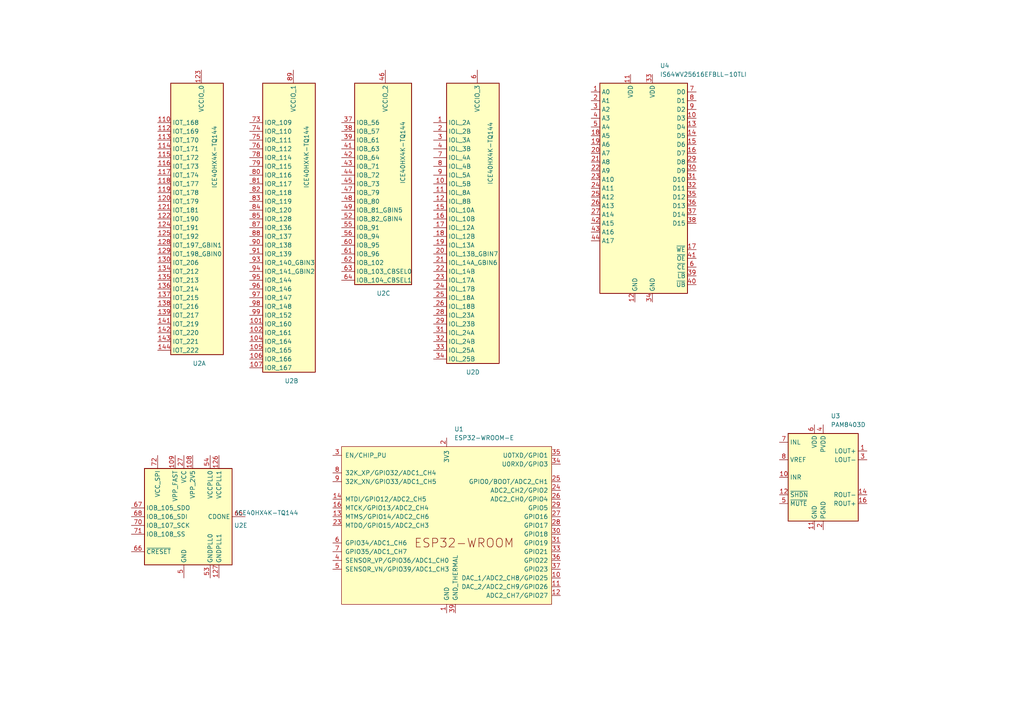
<source format=kicad_sch>
(kicad_sch (version 20230121) (generator eeschema)
  (paper "A4")
  (lib_symbols
    (symbol "0_project:IS64WV25616EFBLL"
      (property "Reference" "U" (at -10.16 31.75 0))
      (property "Value" "IS64WV25616EFBLL-10TLI" (at -2.54 -1.27 90))
      (symbol "IS64WV25616EFBLL_0_1"
        (rectangle (start -12.7 30.48) (end 12.7 -30.48) (stroke (width 0.254)) (fill (type background)))
      )
      (symbol "IS64WV25616EFBLL_1_1"
        (pin input line (at -15.24 27.94 0) (length 2.54) (name "A0") (number "1"))
        (pin bidirectional line (at 15.24 20.32 180) (length 2.54) (name "D3") (number "10"))
        (pin power_in line (at -3.81 33.02 270) (length 2.54) (name "VDD") (number "11"))
        (pin power_in line (at -2.54 -33.02 90) (length 2.54) (name "GND") (number "12"))
        (pin bidirectional line (at 15.24 17.78 180) (length 2.54) (name "D4") (number "13"))
        (pin bidirectional line (at 15.24 15.24 180) (length 2.54) (name "D5") (number "14"))
        (pin bidirectional line (at 15.24 12.7 180) (length 2.54) (name "D6") (number "15"))
        (pin bidirectional line (at 15.24 10.16 180) (length 2.54) (name "D7") (number "16"))
        (pin input line (at 15.24 -17.78 180) (length 2.54) (name "~{WE}") (number "17"))
        (pin input line (at -15.24 15.24 0) (length 2.54) (name "A5") (number "18"))
        (pin input line (at -15.24 12.7 0) (length 2.54) (name "A6") (number "19"))
        (pin input line (at -15.24 25.4 0) (length 2.54) (name "A1") (number "2"))
        (pin input line (at -15.24 10.16 0) (length 2.54) (name "A7") (number "20"))
        (pin input line (at -15.24 7.62 0) (length 2.54) (name "A8") (number "21"))
        (pin input line (at -15.24 5.08 0) (length 2.54) (name "A9") (number "22"))
        (pin input line (at -15.24 2.54 0) (length 2.54) (name "A10") (number "23"))
        (pin input line (at -15.24 0 0) (length 2.54) (name "A11") (number "24"))
        (pin input line (at -15.24 -2.54 0) (length 2.54) (name "A12") (number "25"))
        (pin input line (at -15.24 -5.08 0) (length 2.54) (name "A13") (number "26"))
        (pin input line (at -15.24 -7.62 0) (length 2.54) (name "A14") (number "27"))
        (pin no_connect line (at 15.24 -13.97 180) (length 2.54) hide (name "NC") (number "28"))
        (pin bidirectional line (at 15.24 7.62 180) (length 2.54) (name "D8") (number "29"))
        (pin input line (at -15.24 22.86 0) (length 2.54) (name "A2") (number "3"))
        (pin bidirectional line (at 15.24 5.08 180) (length 2.54) (name "D9") (number "30"))
        (pin bidirectional line (at 15.24 2.54 180) (length 2.54) (name "D10") (number "31"))
        (pin bidirectional line (at 15.24 0 180) (length 2.54) (name "D11") (number "32"))
        (pin power_in line (at 2.54 -33.02 90) (length 2.54) (name "GND") (number "34"))
        (pin bidirectional line (at 15.24 -2.54 180) (length 2.54) (name "D12") (number "35"))
        (pin bidirectional line (at 15.24 -5.08 180) (length 2.54) (name "D13") (number "36"))
        (pin bidirectional line (at 15.24 -7.62 180) (length 2.54) (name "D14") (number "37"))
        (pin bidirectional line (at 15.24 -10.16 180) (length 2.54) (name "D15") (number "38"))
        (pin input line (at 15.24 -25.4 180) (length 2.54) (name "~{LB}") (number "39"))
        (pin input line (at -15.24 20.32 0) (length 2.54) (name "A3") (number "4"))
        (pin input line (at 15.24 -27.94 180) (length 2.54) (name "~{UB}") (number "40"))
        (pin input line (at 15.24 -20.32 180) (length 2.54) (name "~{OE}") (number "41"))
        (pin input line (at -15.24 -10.16 0) (length 2.54) (name "A15") (number "42"))
        (pin input line (at -15.24 -12.7 0) (length 2.54) (name "A16") (number "43"))
        (pin input line (at -15.24 -15.24 0) (length 2.54) (name "A17") (number "44"))
        (pin input line (at -15.24 17.78 0) (length 2.54) (name "A4") (number "5"))
        (pin input line (at 15.24 -22.86 180) (length 2.54) (name "~{CE}") (number "6"))
        (pin bidirectional line (at 15.24 27.94 180) (length 2.54) (name "D0") (number "7"))
        (pin bidirectional line (at 15.24 25.4 180) (length 2.54) (name "D1") (number "8"))
        (pin bidirectional line (at 15.24 22.86 180) (length 2.54) (name "D2") (number "9"))
        (pin power_in line (at 2.54 33.02 270) (length 2.54) (name "VDD") (number "`33"))
      )
    )
    (symbol "Amplifier_Audio:PAM8403D"
      (property "Reference" "U" (at 1.27 16.51 0))
      (property "Value" "PAM8403D" (at 6.096 14.224 0))
      (symbol "PAM8403D_0_1"
        (rectangle (start -10.16 12.7) (end 10.16 -12.7) (stroke (width 0.254)) (fill (type background)))
      )
      (symbol "PAM8403D_1_1"
        (pin output line (at 12.7 7.62 180) (length 2.54) (name "LOUT+") (number "1"))
        (pin input line (at -12.7 0 0) (length 2.54) (name "INR") (number "10"))
        (pin power_in line (at -2.54 -15.24 90) (length 2.54) (name "GND") (number "11"))
        (pin input line (at -12.7 -5.08 0) (length 2.54) (name "~{SHDN}") (number "12"))
        (pin passive line (at 0 15.24 270) (length 2.54) hide (name "PVDD") (number "13"))
        (pin output line (at 12.7 -5.08 180) (length 2.54) (name "ROUT-") (number "14"))
        (pin passive line (at 0 -15.24 90) (length 2.54) hide (name "PGND") (number "15"))
        (pin output line (at 12.7 -7.62 180) (length 2.54) (name "ROUT+") (number "16"))
        (pin power_in line (at 0 -15.24 90) (length 2.54) (name "PGND") (number "2"))
        (pin output line (at 12.7 5.08 180) (length 2.54) (name "LOUT-") (number "3"))
        (pin power_in line (at 0 15.24 270) (length 2.54) (name "PVDD") (number "4"))
        (pin input line (at -12.7 -7.62 0) (length 2.54) (name "~{MUTE}") (number "5"))
        (pin power_in line (at -2.54 15.24 270) (length 2.54) (name "VDD") (number "6"))
        (pin input line (at -12.7 10.16 0) (length 2.54) (name "INL") (number "7"))
        (pin input line (at -12.7 5.08 0) (length 2.54) (name "VREF") (number "8"))
        (pin no_connect line (at 10.16 -10.16 180) (length 2.54) hide (name "NC") (number "9"))
      )
    )
    (symbol "FPGA_Lattice:ICE40HX4K-TQ144"
      (property "Reference" "U" (at 12.7 53.34 0))
      (property "Value" "ICE40HX4K-TQ144" (at 30.48 48.26 0))
      (symbol "ICE40HX4K-TQ144_1_1"
        (rectangle (start -8.89 41.91) (end 6.35 -36.83) (stroke (width 0.254)) (fill (type background)))
        (pin bidirectional line (at -12.7 30.48 0) (length 3.81) (name "IOT_168") (number "110"))
        (pin bidirectional line (at -12.7 27.94 0) (length 3.81) (name "IOT_169") (number "112"))
        (pin bidirectional line (at -12.7 25.4 0) (length 3.81) (name "IOT_170") (number "113"))
        (pin bidirectional line (at -12.7 22.86 0) (length 3.81) (name "IOT_171") (number "114"))
        (pin bidirectional line (at -12.7 20.32 0) (length 3.81) (name "IOT_172") (number "115"))
        (pin bidirectional line (at -12.7 17.78 0) (length 3.81) (name "IOT_173") (number "116"))
        (pin bidirectional line (at -12.7 15.24 0) (length 3.81) (name "IOT_174") (number "117"))
        (pin bidirectional line (at -12.7 12.7 0) (length 3.81) (name "IOT_177") (number "118"))
        (pin bidirectional line (at -12.7 10.16 0) (length 3.81) (name "IOT_178") (number "119"))
        (pin bidirectional line (at -12.7 7.62 0) (length 3.81) (name "IOT_179") (number "120"))
        (pin bidirectional line (at -12.7 5.08 0) (length 3.81) (name "IOT_181") (number "121"))
        (pin bidirectional line (at -12.7 2.54 0) (length 3.81) (name "IOT_190") (number "122"))
        (pin power_in line (at 0 45.72 270) (length 3.81) (name "VCCIO_0") (number "123"))
        (pin bidirectional line (at -12.7 0 0) (length 3.81) (name "IOT_191") (number "124"))
        (pin bidirectional line (at -12.7 -2.54 0) (length 3.81) (name "IOT_192") (number "125"))
        (pin bidirectional line (at -12.7 -5.08 0) (length 3.81) (name "IOT_197_GBIN1") (number "128"))
        (pin bidirectional line (at -12.7 -7.62 0) (length 3.81) (name "IOT_198_GBIN0") (number "129"))
        (pin bidirectional line (at -12.7 -10.16 0) (length 3.81) (name "IOT_206") (number "130"))
        (pin passive line (at 0 45.72 270) (length 3.81) hide (name "VCCIO_0") (number "131"))
        (pin bidirectional line (at -12.7 -12.7 0) (length 3.81) (name "IOT_212") (number "134"))
        (pin bidirectional line (at -12.7 -15.24 0) (length 3.81) (name "IOT_213") (number "135"))
        (pin bidirectional line (at -12.7 -17.78 0) (length 3.81) (name "IOT_214") (number "136"))
        (pin bidirectional line (at -12.7 -20.32 0) (length 3.81) (name "IOT_215") (number "137"))
        (pin bidirectional line (at -12.7 -22.86 0) (length 3.81) (name "IOT_216") (number "138"))
        (pin bidirectional line (at -12.7 -25.4 0) (length 3.81) (name "IOT_217") (number "139"))
        (pin bidirectional line (at -12.7 -27.94 0) (length 3.81) (name "IOT_219") (number "141"))
        (pin bidirectional line (at -12.7 -30.48 0) (length 3.81) (name "IOT_220") (number "142"))
        (pin bidirectional line (at -12.7 -33.02 0) (length 3.81) (name "IOT_221") (number "143"))
        (pin bidirectional line (at -12.7 -35.56 0) (length 3.81) (name "IOT_222") (number "144"))
      )
      (symbol "ICE40HX4K-TQ144_2_1"
        (rectangle (start -8.89 44.45) (end 6.35 -39.37) (stroke (width 0.254)) (fill (type background)))
        (pin passive line (at 0 48.26 270) (length 3.81) hide (name "VCCIO_1") (number "100"))
        (pin bidirectional line (at -12.7 -25.4 0) (length 3.81) (name "IOR_160") (number "101"))
        (pin bidirectional line (at -12.7 -27.94 0) (length 3.81) (name "IOR_161") (number "102"))
        (pin bidirectional line (at -12.7 -30.48 0) (length 3.81) (name "IOR_164") (number "104"))
        (pin bidirectional line (at -12.7 -33.02 0) (length 3.81) (name "IOR_165") (number "105"))
        (pin bidirectional line (at -12.7 -35.56 0) (length 3.81) (name "IOR_166") (number "106"))
        (pin bidirectional line (at -12.7 -38.1 0) (length 3.81) (name "IOR_167") (number "107"))
        (pin bidirectional line (at -12.7 33.02 0) (length 3.81) (name "IOR_109") (number "73"))
        (pin bidirectional line (at -12.7 30.48 0) (length 3.81) (name "IOR_110") (number "74"))
        (pin bidirectional line (at -12.7 27.94 0) (length 3.81) (name "IOR_111") (number "75"))
        (pin bidirectional line (at -12.7 25.4 0) (length 3.81) (name "IOR_112") (number "76"))
        (pin bidirectional line (at -12.7 22.86 0) (length 3.81) (name "IOR_114") (number "78"))
        (pin bidirectional line (at -12.7 20.32 0) (length 3.81) (name "IOR_115") (number "79"))
        (pin bidirectional line (at -12.7 17.78 0) (length 3.81) (name "IOR_116") (number "80"))
        (pin bidirectional line (at -12.7 15.24 0) (length 3.81) (name "IOR_117") (number "81"))
        (pin bidirectional line (at -12.7 12.7 0) (length 3.81) (name "IOR_118") (number "82"))
        (pin bidirectional line (at -12.7 10.16 0) (length 3.81) (name "IOR_119") (number "83"))
        (pin bidirectional line (at -12.7 7.62 0) (length 3.81) (name "IOR_120") (number "84"))
        (pin bidirectional line (at -12.7 5.08 0) (length 3.81) (name "IOR_128") (number "85"))
        (pin bidirectional line (at -12.7 2.54 0) (length 3.81) (name "IOR_136") (number "87"))
        (pin bidirectional line (at -12.7 0 0) (length 3.81) (name "IOR_137") (number "88"))
        (pin power_in line (at 0 48.26 270) (length 3.81) (name "VCCIO_1") (number "89"))
        (pin bidirectional line (at -12.7 -2.54 0) (length 3.81) (name "IOR_138") (number "90"))
        (pin bidirectional line (at -12.7 -5.08 0) (length 3.81) (name "IOR_139") (number "91"))
        (pin bidirectional line (at -12.7 -7.62 0) (length 3.81) (name "IOR_140_GBIN3") (number "93"))
        (pin bidirectional line (at -12.7 -10.16 0) (length 3.81) (name "IOR_141_GBIN2") (number "94"))
        (pin bidirectional line (at -12.7 -12.7 0) (length 3.81) (name "IOR_144") (number "95"))
        (pin bidirectional line (at -12.7 -15.24 0) (length 3.81) (name "IOR_146") (number "96"))
        (pin bidirectional line (at -12.7 -17.78 0) (length 3.81) (name "IOR_147") (number "97"))
        (pin bidirectional line (at -12.7 -20.32 0) (length 3.81) (name "IOR_148") (number "98"))
        (pin bidirectional line (at -12.7 -22.86 0) (length 3.81) (name "IOR_152") (number "99"))
      )
      (symbol "ICE40HX4K-TQ144_3_1"
        (rectangle (start -8.89 31.75) (end 7.62 -26.67) (stroke (width 0.254)) (fill (type background)))
        (pin bidirectional line (at -12.7 20.32 0) (length 3.81) (name "IOB_56") (number "37"))
        (pin bidirectional line (at -12.7 17.78 0) (length 3.81) (name "IOB_57") (number "38"))
        (pin bidirectional line (at -12.7 15.24 0) (length 3.81) (name "IOB_61") (number "39"))
        (pin bidirectional line (at -12.7 12.7 0) (length 3.81) (name "IOB_63") (number "41"))
        (pin bidirectional line (at -12.7 10.16 0) (length 3.81) (name "IOB_64") (number "42"))
        (pin bidirectional line (at -12.7 7.62 0) (length 3.81) (name "IOB_71") (number "43"))
        (pin bidirectional line (at -12.7 5.08 0) (length 3.81) (name "IOB_72") (number "44"))
        (pin bidirectional line (at -12.7 2.54 0) (length 3.81) (name "IOB_73") (number "45"))
        (pin power_in line (at 0 35.56 270) (length 3.81) (name "VCCIO_2") (number "46"))
        (pin bidirectional line (at -12.7 0 0) (length 3.81) (name "IOB_79") (number "47"))
        (pin bidirectional line (at -12.7 -2.54 0) (length 3.81) (name "IOB_80") (number "48"))
        (pin bidirectional line (at -12.7 -5.08 0) (length 3.81) (name "IOB_81_GBIN5") (number "49"))
        (pin bidirectional line (at -12.7 -7.62 0) (length 3.81) (name "IOB_82_GBIN4") (number "52"))
        (pin bidirectional line (at -12.7 -10.16 0) (length 3.81) (name "IOB_91") (number "55"))
        (pin bidirectional line (at -12.7 -12.7 0) (length 3.81) (name "IOB_94") (number "56"))
        (pin passive line (at 0 35.56 270) (length 3.81) hide (name "VCCIO_2") (number "57"))
        (pin bidirectional line (at -12.7 -15.24 0) (length 3.81) (name "IOB_95") (number "60"))
        (pin bidirectional line (at -12.7 -17.78 0) (length 3.81) (name "IOB_96") (number "61"))
        (pin bidirectional line (at -12.7 -20.32 0) (length 3.81) (name "IOB_102") (number "62"))
        (pin bidirectional line (at -12.7 -22.86 0) (length 3.81) (name "IOB_103_CBSEL0") (number "63"))
        (pin bidirectional line (at -12.7 -25.4 0) (length 3.81) (name "IOB_104_CBSEL1") (number "64"))
      )
      (symbol "ICE40HX4K-TQ144_4_1"
        (rectangle (start -8.89 41.91) (end 6.35 -39.37) (stroke (width 0.254)) (fill (type background)))
        (pin bidirectional line (at -12.7 30.48 0) (length 3.81) (name "IOL_2A") (number "1"))
        (pin bidirectional line (at -12.7 12.7 0) (length 3.81) (name "IOL_5B") (number "10"))
        (pin bidirectional line (at -12.7 10.16 0) (length 3.81) (name "IOL_8A") (number "11"))
        (pin bidirectional line (at -12.7 7.62 0) (length 3.81) (name "IOL_8B") (number "12"))
        (pin bidirectional line (at -12.7 5.08 0) (length 3.81) (name "IOL_10A") (number "15"))
        (pin bidirectional line (at -12.7 2.54 0) (length 3.81) (name "IOL_10B") (number "16"))
        (pin bidirectional line (at -12.7 0 0) (length 3.81) (name "IOL_12A") (number "17"))
        (pin bidirectional line (at -12.7 -2.54 0) (length 3.81) (name "IOL_12B") (number "18"))
        (pin bidirectional line (at -12.7 -5.08 0) (length 3.81) (name "IOL_13A") (number "19"))
        (pin bidirectional line (at -12.7 27.94 0) (length 3.81) (name "IOL_2B") (number "2"))
        (pin bidirectional line (at -12.7 -7.62 0) (length 3.81) (name "IOL_13B_GBIN7") (number "20"))
        (pin bidirectional line (at -12.7 -10.16 0) (length 3.81) (name "IOL_14A_GBIN6") (number "21"))
        (pin bidirectional line (at -12.7 -12.7 0) (length 3.81) (name "IOL_14B") (number "22"))
        (pin bidirectional line (at -12.7 -15.24 0) (length 3.81) (name "IOL_17A") (number "23"))
        (pin bidirectional line (at -12.7 -17.78 0) (length 3.81) (name "IOL_17B") (number "24"))
        (pin bidirectional line (at -12.7 -20.32 0) (length 3.81) (name "IOL_18A") (number "25"))
        (pin bidirectional line (at -12.7 -22.86 0) (length 3.81) (name "IOL_18B") (number "26"))
        (pin bidirectional line (at -12.7 -25.4 0) (length 3.81) (name "IOL_23A") (number "28"))
        (pin bidirectional line (at -12.7 -27.94 0) (length 3.81) (name "IOL_23B") (number "29"))
        (pin bidirectional line (at -12.7 25.4 0) (length 3.81) (name "IOL_3A") (number "3"))
        (pin passive line (at 0 45.72 270) (length 3.81) hide (name "VCCIO_3") (number "30"))
        (pin bidirectional line (at -12.7 -30.48 0) (length 3.81) (name "IOL_24A") (number "31"))
        (pin bidirectional line (at -12.7 -33.02 0) (length 3.81) (name "IOL_24B") (number "32"))
        (pin bidirectional line (at -12.7 -35.56 0) (length 3.81) (name "IOL_25A") (number "33"))
        (pin bidirectional line (at -12.7 -38.1 0) (length 3.81) (name "IOL_25B") (number "34"))
        (pin bidirectional line (at -12.7 22.86 0) (length 3.81) (name "IOL_3B") (number "4"))
        (pin power_in line (at 0 45.72 270) (length 3.81) (name "VCCIO_3") (number "6"))
        (pin bidirectional line (at -12.7 20.32 0) (length 3.81) (name "IOL_4A") (number "7"))
        (pin bidirectional line (at -12.7 17.78 0) (length 3.81) (name "IOL_4B") (number "8"))
        (pin bidirectional line (at -12.7 15.24 0) (length 3.81) (name "IOL_5A") (number "9"))
      )
      (symbol "ICE40HX4K-TQ144_5_1"
        (rectangle (start -11.43 13.97) (end 13.97 -13.97) (stroke (width 0.254)) (fill (type background)))
        (pin passive line (at 0 -17.78 90) (length 3.81) hide (name "GND") (number "103"))
        (pin power_in line (at 2.54 17.78 270) (length 3.81) (name "VPP_2V5") (number "108"))
        (pin power_in line (at -2.54 17.78 270) (length 3.81) (name "VPP_FAST") (number "109"))
        (pin passive line (at 0 17.78 270) (length 3.81) hide (name "VCC") (number "111"))
        (pin power_in line (at 10.16 17.78 270) (length 3.81) (name "VCCPLL1") (number "126"))
        (pin power_in line (at 10.16 -17.78 90) (length 3.81) (name "GNDPLL1") (number "127"))
        (pin passive line (at 0 -17.78 90) (length 3.81) hide (name "GND") (number "13"))
        (pin passive line (at 0 -17.78 90) (length 3.81) hide (name "GND") (number "132"))
        (pin no_connect line (at 12.7 -10.16 180) (length 3.81) hide (name "NC") (number "133"))
        (pin passive line (at 0 -17.78 90) (length 3.81) hide (name "GND") (number "14"))
        (pin passive line (at 0 -17.78 90) (length 3.81) hide (name "GND") (number "140"))
        (pin power_in line (at 0 17.78 270) (length 3.81) (name "VCC") (number "27"))
        (pin no_connect line (at 12.7 5.08 180) (length 3.81) hide (name "NC") (number "35"))
        (pin no_connect line (at 12.7 2.54 180) (length 3.81) hide (name "NC") (number "36"))
        (pin passive line (at 0 17.78 270) (length 3.81) hide (name "VCC") (number "40"))
        (pin power_in line (at 0 -17.78 90) (length 3.81) (name "GND") (number "5"))
        (pin no_connect line (at 12.7 -2.54 180) (length 3.81) hide (name "NC") (number "50"))
        (pin no_connect line (at 12.7 -5.08 180) (length 3.81) hide (name "NC") (number "51"))
        (pin power_in line (at 7.62 -17.78 90) (length 3.81) (name "GNDPLL0") (number "53"))
        (pin power_in line (at 7.62 17.78 270) (length 3.81) (name "VCCPLL0") (number "54"))
        (pin no_connect line (at 12.7 -7.62 180) (length 3.81) hide (name "NC") (number "58"))
        (pin passive line (at 0 -17.78 90) (length 3.81) hide (name "GND") (number "59"))
        (pin open_collector line (at 17.78 0 180) (length 3.81) (name "CDONE") (number "65"))
        (pin input line (at -15.24 -10.16 0) (length 3.81) (name "~{CRESET}") (number "66"))
        (pin bidirectional line (at -15.24 2.54 0) (length 3.81) (name "IOB_105_SDO") (number "67"))
        (pin bidirectional line (at -15.24 0 0) (length 3.81) (name "IOB_106_SDI") (number "68"))
        (pin passive line (at 0 -17.78 90) (length 3.81) hide (name "GND") (number "69"))
        (pin bidirectional line (at -15.24 -2.54 0) (length 3.81) (name "IOB_107_SCK") (number "70"))
        (pin bidirectional line (at -15.24 -5.08 0) (length 3.81) (name "IOB_108_SS") (number "71"))
        (pin power_in line (at -7.62 17.78 270) (length 3.81) (name "VCC_SPI") (number "72"))
        (pin no_connect line (at 12.7 7.62 180) (length 3.81) hide (name "NC") (number "77"))
        (pin passive line (at 0 -17.78 90) (length 3.81) hide (name "GND") (number "86"))
        (pin passive line (at 0 17.78 270) (length 3.81) hide (name "VCC") (number "92"))
      )
    )
    (symbol "PCM_Espressif:ESP32-WROOM-E" (pin_names (offset 1.016))
      (property "Reference" "U" (at -30.48 27.94 0))
      (property "Value" "ESP32-WROOM-E" (at -30.48 25.4 0))
      (symbol "ESP32-WROOM-E_0_1"
        (rectangle (start -30.48 22.86) (end 30.48 -22.86) (fill (type background)))
      )
      (symbol "ESP32-WROOM-E_1_1"
        (text "ESP32-­WROOM­" (at 5.08 -5.08 0) (effects (font (size 2.54 2.54))))
        (pin power_in line (at 0 -25.4 90) (length 2.54) (name "GND") (number "1"))
        (pin bidirectional line (at 33.02 -15.24 180) (length 2.54) (name "DAC_1/ADC2_CH8/GPIO25") (number "10"))
        (pin bidirectional line (at 33.02 -17.78 180) (length 2.54) (name "DAC_2/ADC2_CH9/GPIO26") (number "11"))
        (pin bidirectional line (at 33.02 -20.32 180) (length 2.54) (name "ADC2_CH7/GPIO27") (number "12"))
        (pin bidirectional line (at -33.02 2.54 0) (length 2.54) (name "MTMS/GPIO14/ADC2_CH6") (number "13"))
        (pin bidirectional line (at -33.02 7.62 0) (length 2.54) (name "MTDI/GPIO12/ADC2_CH5") (number "14"))
        (pin passive line (at 0 -25.4 90) (length 2.54) hide (name "GND") (number "15"))
        (pin bidirectional line (at -33.02 5.08 0) (length 2.54) (name "MTCK/GPIO13/ADC2_CH4") (number "16"))
        (pin power_in line (at 0 25.4 270) (length 2.54) (name "3V3") (number "2"))
        (pin bidirectional line (at -33.02 0 0) (length 2.54) (name "MTDO/GPIO15/ADC2_CH3") (number "23"))
        (pin bidirectional line (at 33.02 10.16 180) (length 2.54) (name "ADC2_CH2/GPIO2") (number "24"))
        (pin bidirectional line (at 33.02 12.7 180) (length 2.54) (name "GPIO0/BOOT/ADC2_CH1") (number "25"))
        (pin bidirectional line (at 33.02 7.62 180) (length 2.54) (name "ADC2_CH0/GPIO4") (number "26"))
        (pin bidirectional line (at 33.02 2.54 180) (length 2.54) (name "GPIO16") (number "27"))
        (pin bidirectional line (at 33.02 0 180) (length 2.54) (name "GPIO17") (number "28"))
        (pin bidirectional line (at 33.02 5.08 180) (length 2.54) (name "GPIO5") (number "29"))
        (pin input line (at -33.02 20.32 0) (length 2.54) (name "EN/CHIP_PU") (number "3"))
        (pin bidirectional line (at 33.02 -2.54 180) (length 2.54) (name "GPIO18") (number "30"))
        (pin bidirectional line (at 33.02 -5.08 180) (length 2.54) (name "GPIO19") (number "31"))
        (pin bidirectional line (at 33.02 -7.62 180) (length 2.54) (name "GPIO21") (number "33"))
        (pin bidirectional line (at 33.02 17.78 180) (length 2.54) (name "U0RXD/GPIO3") (number "34"))
        (pin bidirectional line (at 33.02 20.32 180) (length 2.54) (name "U0TXD/GPIO1") (number "35"))
        (pin bidirectional line (at 33.02 -10.16 180) (length 2.54) (name "GPIO22") (number "36"))
        (pin bidirectional line (at 33.02 -12.7 180) (length 2.54) (name "GPIO23") (number "37"))
        (pin passive line (at 0 -25.4 90) (length 2.54) hide (name "GND") (number "38"))
        (pin power_in line (at 2.54 -25.4 90) (length 2.54) (name "GND_THERMAL") (number "39"))
        (pin input line (at -33.02 -10.16 0) (length 2.54) (name "SENSOR_VP/GPIO36/ADC1_CH0") (number "4"))
        (pin input line (at -33.02 -12.7 0) (length 2.54) (name "SENSOR_VN/GPIO39/ADC1_CH3") (number "5"))
        (pin input line (at -33.02 -5.08 0) (length 2.54) (name "GPIO34/ADC1_CH6") (number "6"))
        (pin input line (at -33.02 -7.62 0) (length 2.54) (name "GPIO35/ADC1_CH7") (number "7"))
        (pin bidirectional line (at -33.02 15.24 0) (length 2.54) (name "32K_XP/GPIO32/ADC1_CH4") (number "8"))
        (pin bidirectional line (at -33.02 12.7 0) (length 2.54) (name "32K_XN/GPIO33/ADC1_CH5") (number "9"))
      )
    )
  )
  (symbol (lib_id "FPGA_Lattice:ICE40HX4K-TQ144") (at 53.34 149.86 0) (unit 5)
    (property "Reference" "U2" (at 69.85 152.4 0))
    (property "Value" "ICE40HX4K-TQ144" (at 77.47 148.7521 0))
    (property "Footprint" "Package_QFP:TQFP-144_20x20mm_P0.5mm" (effects hide))
    (property "Datasheet" "http://www.latticesemi.com/Products/FPGAandCPLD/iCE40" (effects hide))
  )
  (symbol (lib_id "Amplifier_Audio:PAM8403D") (at 238.76 138.43 0) (unit 1)
    (property "Reference" "U3" (at 240.9541 120.65 0) (effects (justify left)))
    (property "Value" "PAM8403D" (at 240.9541 123.19 0) (effects (justify left)))
    (property "Footprint" "Package_SO:SOP-16_3.9x9.9mm_P1.27mm" (effects hide))
    (property "Datasheet" "https://www.diodes.com/assets/Datasheets/PAM8403.pdf" (effects hide))
  )
  (symbol (lib_id "FPGA_Lattice:ICE40HX4K-TQ144") (at 85.09 68.58 0) (unit 2)
    (property "Reference" "U2" (at 82.55 110.49 0) (effects (justify left)))
    (property "Value" "ICE40HX4K-TQ144" (at 88.9 54.61 90) (effects (justify left)))
    (property "Footprint" "Package_QFP:TQFP-144_20x20mm_P0.5mm" (effects hide))
    (property "Datasheet" "http://www.latticesemi.com/Products/FPGAandCPLD/iCE40" (effects hide))
  )
  (symbol (lib_id "FPGA_Lattice:ICE40HX4K-TQ144") (at 138.43 66.04 0) (unit 4)
    (property "Reference" "U2" (at 137.16 107.95 0))
    (property "Value" "ICE40HX4K-TQ144" (at 142.24 44.45 90))
    (property "Footprint" "Package_QFP:TQFP-144_20x20mm_P0.5mm" (effects hide))
    (property "Datasheet" "http://www.latticesemi.com/Products/FPGAandCPLD/iCE40" (effects hide))
  )
  (symbol (lib_id "0_project:IS64WV25616EFBLL") (at 186.69 54.61 0) (unit 1)
    (property "Reference" "U4" (at 191.4241 19.05 0) (effects (justify left)))
    (property "Value" "IS64WV25616EFBLL-10TLI" (at 191.4241 21.59 0) (effects (justify left)))
    (property "Footprint" "Package_SO:TSOP-II-44_10.16x18.41mm_P0.8mm" (effects hide))
    (property "Datasheet" "http://www.issi.com/WW/pdf/61-64C5128AL.pdf" (effects hide))
  )
  (symbol (lib_id "PCM_Espressif:ESP32-WROOM-E") (at 129.54 152.4 0) (unit 1)
    (property "Reference" "U1" (at 131.7341 124.46 0) (effects (justify left)))
    (property "Value" "ESP32-WROOM-E" (at 131.7341 127 0) (effects (justify left)))
    (property "Footprint" "PCM_Espressif:ESP32-WROOM-32E" (effects hide))
    (property "Datasheet" "https://www.espressif.com/sites/default/files/documentation/esp32-wroom-32e_esp32-wroom-32ue_datasheet_en.pdf" (effects hide))
  )
  (symbol (lib_id "FPGA_Lattice:ICE40HX4K-TQ144") (at 111.76 55.88 0) (unit 3)
    (property "Reference" "U2" (at 109.22 85.09 0) (effects (justify left)))
    (property "Value" "ICE40HX4K-TQ144" (at 116.84 53.34 90) (effects (justify left)))
    (property "Footprint" "Package_QFP:TQFP-144_20x20mm_P0.5mm" (effects hide))
    (property "Datasheet" "http://www.latticesemi.com/Products/FPGAandCPLD/iCE40" (effects hide))
  )
  (symbol (lib_id "FPGA_Lattice:ICE40HX4K-TQ144") (at 58.42 66.04 0) (unit 1)
    (property "Reference" "U2" (at 55.88 105.41 0) (effects (justify left)))
    (property "Value" "ICE40HX4K-TQ144" (at 62.23 54.61 90) (effects (justify left)))
    (property "Footprint" "Package_QFP:TQFP-144_20x20mm_P0.5mm" (effects hide))
    (property "Datasheet" "http://www.latticesemi.com/Products/FPGAandCPLD/iCE40" (effects hide))
  )
)
</source>
